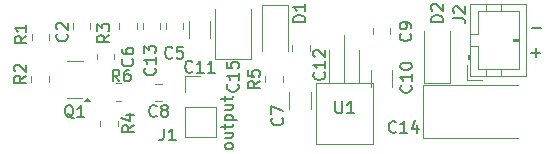
<source format=gbr>
%TF.GenerationSoftware,KiCad,Pcbnew,9.0.5*%
%TF.CreationDate,2025-10-22T19:19:06+02:00*%
%TF.ProjectId,Sonda Fetprobe,536f6e64-6120-4466-9574-70726f62652e,rev?*%
%TF.SameCoordinates,Original*%
%TF.FileFunction,Legend,Top*%
%TF.FilePolarity,Positive*%
%FSLAX46Y46*%
G04 Gerber Fmt 4.6, Leading zero omitted, Abs format (unit mm)*
G04 Created by KiCad (PCBNEW 9.0.5) date 2025-10-22 19:19:06*
%MOMM*%
%LPD*%
G01*
G04 APERTURE LIST*
%ADD10C,0.200000*%
%ADD11C,0.150000*%
%ADD12C,0.120000*%
G04 APERTURE END LIST*
D10*
X145027219Y-93537469D02*
X144979600Y-93632707D01*
X144979600Y-93632707D02*
X144931980Y-93680326D01*
X144931980Y-93680326D02*
X144836742Y-93727945D01*
X144836742Y-93727945D02*
X144551028Y-93727945D01*
X144551028Y-93727945D02*
X144455790Y-93680326D01*
X144455790Y-93680326D02*
X144408171Y-93632707D01*
X144408171Y-93632707D02*
X144360552Y-93537469D01*
X144360552Y-93537469D02*
X144360552Y-93394612D01*
X144360552Y-93394612D02*
X144408171Y-93299374D01*
X144408171Y-93299374D02*
X144455790Y-93251755D01*
X144455790Y-93251755D02*
X144551028Y-93204136D01*
X144551028Y-93204136D02*
X144836742Y-93204136D01*
X144836742Y-93204136D02*
X144931980Y-93251755D01*
X144931980Y-93251755D02*
X144979600Y-93299374D01*
X144979600Y-93299374D02*
X145027219Y-93394612D01*
X145027219Y-93394612D02*
X145027219Y-93537469D01*
X144360552Y-92346993D02*
X145027219Y-92346993D01*
X144360552Y-92775564D02*
X144884361Y-92775564D01*
X144884361Y-92775564D02*
X144979600Y-92727945D01*
X144979600Y-92727945D02*
X145027219Y-92632707D01*
X145027219Y-92632707D02*
X145027219Y-92489850D01*
X145027219Y-92489850D02*
X144979600Y-92394612D01*
X144979600Y-92394612D02*
X144931980Y-92346993D01*
X144360552Y-92013659D02*
X144360552Y-91632707D01*
X144027219Y-91870802D02*
X144884361Y-91870802D01*
X144884361Y-91870802D02*
X144979600Y-91823183D01*
X144979600Y-91823183D02*
X145027219Y-91727945D01*
X145027219Y-91727945D02*
X145027219Y-91632707D01*
X144360552Y-91299373D02*
X145360552Y-91299373D01*
X144408171Y-91299373D02*
X144360552Y-91204135D01*
X144360552Y-91204135D02*
X144360552Y-91013659D01*
X144360552Y-91013659D02*
X144408171Y-90918421D01*
X144408171Y-90918421D02*
X144455790Y-90870802D01*
X144455790Y-90870802D02*
X144551028Y-90823183D01*
X144551028Y-90823183D02*
X144836742Y-90823183D01*
X144836742Y-90823183D02*
X144931980Y-90870802D01*
X144931980Y-90870802D02*
X144979600Y-90918421D01*
X144979600Y-90918421D02*
X145027219Y-91013659D01*
X145027219Y-91013659D02*
X145027219Y-91204135D01*
X145027219Y-91204135D02*
X144979600Y-91299373D01*
X144360552Y-89966040D02*
X145027219Y-89966040D01*
X144360552Y-90394611D02*
X144884361Y-90394611D01*
X144884361Y-90394611D02*
X144979600Y-90346992D01*
X144979600Y-90346992D02*
X145027219Y-90251754D01*
X145027219Y-90251754D02*
X145027219Y-90108897D01*
X145027219Y-90108897D02*
X144979600Y-90013659D01*
X144979600Y-90013659D02*
X144931980Y-89966040D01*
X144360552Y-89632706D02*
X144360552Y-89251754D01*
X144027219Y-89489849D02*
X144884361Y-89489849D01*
X144884361Y-89489849D02*
X144979600Y-89442230D01*
X144979600Y-89442230D02*
X145027219Y-89346992D01*
X145027219Y-89346992D02*
X145027219Y-89251754D01*
X170289673Y-85576266D02*
X171051578Y-85576266D01*
X170670625Y-85957219D02*
X170670625Y-85195314D01*
X170359673Y-83506266D02*
X171121578Y-83506266D01*
D11*
X127504819Y-87516666D02*
X127028628Y-87849999D01*
X127504819Y-88088094D02*
X126504819Y-88088094D01*
X126504819Y-88088094D02*
X126504819Y-87707142D01*
X126504819Y-87707142D02*
X126552438Y-87611904D01*
X126552438Y-87611904D02*
X126600057Y-87564285D01*
X126600057Y-87564285D02*
X126695295Y-87516666D01*
X126695295Y-87516666D02*
X126838152Y-87516666D01*
X126838152Y-87516666D02*
X126933390Y-87564285D01*
X126933390Y-87564285D02*
X126981009Y-87611904D01*
X126981009Y-87611904D02*
X127028628Y-87707142D01*
X127028628Y-87707142D02*
X127028628Y-88088094D01*
X126600057Y-87135713D02*
X126552438Y-87088094D01*
X126552438Y-87088094D02*
X126504819Y-86992856D01*
X126504819Y-86992856D02*
X126504819Y-86754761D01*
X126504819Y-86754761D02*
X126552438Y-86659523D01*
X126552438Y-86659523D02*
X126600057Y-86611904D01*
X126600057Y-86611904D02*
X126695295Y-86564285D01*
X126695295Y-86564285D02*
X126790533Y-86564285D01*
X126790533Y-86564285D02*
X126933390Y-86611904D01*
X126933390Y-86611904D02*
X127504819Y-87183332D01*
X127504819Y-87183332D02*
X127504819Y-86564285D01*
X138409580Y-86872857D02*
X138457200Y-86920476D01*
X138457200Y-86920476D02*
X138504819Y-87063333D01*
X138504819Y-87063333D02*
X138504819Y-87158571D01*
X138504819Y-87158571D02*
X138457200Y-87301428D01*
X138457200Y-87301428D02*
X138361961Y-87396666D01*
X138361961Y-87396666D02*
X138266723Y-87444285D01*
X138266723Y-87444285D02*
X138076247Y-87491904D01*
X138076247Y-87491904D02*
X137933390Y-87491904D01*
X137933390Y-87491904D02*
X137742914Y-87444285D01*
X137742914Y-87444285D02*
X137647676Y-87396666D01*
X137647676Y-87396666D02*
X137552438Y-87301428D01*
X137552438Y-87301428D02*
X137504819Y-87158571D01*
X137504819Y-87158571D02*
X137504819Y-87063333D01*
X137504819Y-87063333D02*
X137552438Y-86920476D01*
X137552438Y-86920476D02*
X137600057Y-86872857D01*
X138504819Y-85920476D02*
X138504819Y-86491904D01*
X138504819Y-86206190D02*
X137504819Y-86206190D01*
X137504819Y-86206190D02*
X137647676Y-86301428D01*
X137647676Y-86301428D02*
X137742914Y-86396666D01*
X137742914Y-86396666D02*
X137790533Y-86491904D01*
X137504819Y-85587142D02*
X137504819Y-84968095D01*
X137504819Y-84968095D02*
X137885771Y-85301428D01*
X137885771Y-85301428D02*
X137885771Y-85158571D01*
X137885771Y-85158571D02*
X137933390Y-85063333D01*
X137933390Y-85063333D02*
X137981009Y-85015714D01*
X137981009Y-85015714D02*
X138076247Y-84968095D01*
X138076247Y-84968095D02*
X138314342Y-84968095D01*
X138314342Y-84968095D02*
X138409580Y-85015714D01*
X138409580Y-85015714D02*
X138457200Y-85063333D01*
X138457200Y-85063333D02*
X138504819Y-85158571D01*
X138504819Y-85158571D02*
X138504819Y-85444285D01*
X138504819Y-85444285D02*
X138457200Y-85539523D01*
X138457200Y-85539523D02*
X138409580Y-85587142D01*
X145419580Y-88232857D02*
X145467200Y-88280476D01*
X145467200Y-88280476D02*
X145514819Y-88423333D01*
X145514819Y-88423333D02*
X145514819Y-88518571D01*
X145514819Y-88518571D02*
X145467200Y-88661428D01*
X145467200Y-88661428D02*
X145371961Y-88756666D01*
X145371961Y-88756666D02*
X145276723Y-88804285D01*
X145276723Y-88804285D02*
X145086247Y-88851904D01*
X145086247Y-88851904D02*
X144943390Y-88851904D01*
X144943390Y-88851904D02*
X144752914Y-88804285D01*
X144752914Y-88804285D02*
X144657676Y-88756666D01*
X144657676Y-88756666D02*
X144562438Y-88661428D01*
X144562438Y-88661428D02*
X144514819Y-88518571D01*
X144514819Y-88518571D02*
X144514819Y-88423333D01*
X144514819Y-88423333D02*
X144562438Y-88280476D01*
X144562438Y-88280476D02*
X144610057Y-88232857D01*
X145514819Y-87280476D02*
X145514819Y-87851904D01*
X145514819Y-87566190D02*
X144514819Y-87566190D01*
X144514819Y-87566190D02*
X144657676Y-87661428D01*
X144657676Y-87661428D02*
X144752914Y-87756666D01*
X144752914Y-87756666D02*
X144800533Y-87851904D01*
X144514819Y-86375714D02*
X144514819Y-86851904D01*
X144514819Y-86851904D02*
X144991009Y-86899523D01*
X144991009Y-86899523D02*
X144943390Y-86851904D01*
X144943390Y-86851904D02*
X144895771Y-86756666D01*
X144895771Y-86756666D02*
X144895771Y-86518571D01*
X144895771Y-86518571D02*
X144943390Y-86423333D01*
X144943390Y-86423333D02*
X144991009Y-86375714D01*
X144991009Y-86375714D02*
X145086247Y-86328095D01*
X145086247Y-86328095D02*
X145324342Y-86328095D01*
X145324342Y-86328095D02*
X145419580Y-86375714D01*
X145419580Y-86375714D02*
X145467200Y-86423333D01*
X145467200Y-86423333D02*
X145514819Y-86518571D01*
X145514819Y-86518571D02*
X145514819Y-86756666D01*
X145514819Y-86756666D02*
X145467200Y-86851904D01*
X145467200Y-86851904D02*
X145419580Y-86899523D01*
X160079580Y-88322857D02*
X160127200Y-88370476D01*
X160127200Y-88370476D02*
X160174819Y-88513333D01*
X160174819Y-88513333D02*
X160174819Y-88608571D01*
X160174819Y-88608571D02*
X160127200Y-88751428D01*
X160127200Y-88751428D02*
X160031961Y-88846666D01*
X160031961Y-88846666D02*
X159936723Y-88894285D01*
X159936723Y-88894285D02*
X159746247Y-88941904D01*
X159746247Y-88941904D02*
X159603390Y-88941904D01*
X159603390Y-88941904D02*
X159412914Y-88894285D01*
X159412914Y-88894285D02*
X159317676Y-88846666D01*
X159317676Y-88846666D02*
X159222438Y-88751428D01*
X159222438Y-88751428D02*
X159174819Y-88608571D01*
X159174819Y-88608571D02*
X159174819Y-88513333D01*
X159174819Y-88513333D02*
X159222438Y-88370476D01*
X159222438Y-88370476D02*
X159270057Y-88322857D01*
X160174819Y-87370476D02*
X160174819Y-87941904D01*
X160174819Y-87656190D02*
X159174819Y-87656190D01*
X159174819Y-87656190D02*
X159317676Y-87751428D01*
X159317676Y-87751428D02*
X159412914Y-87846666D01*
X159412914Y-87846666D02*
X159460533Y-87941904D01*
X159174819Y-86751428D02*
X159174819Y-86656190D01*
X159174819Y-86656190D02*
X159222438Y-86560952D01*
X159222438Y-86560952D02*
X159270057Y-86513333D01*
X159270057Y-86513333D02*
X159365295Y-86465714D01*
X159365295Y-86465714D02*
X159555771Y-86418095D01*
X159555771Y-86418095D02*
X159793866Y-86418095D01*
X159793866Y-86418095D02*
X159984342Y-86465714D01*
X159984342Y-86465714D02*
X160079580Y-86513333D01*
X160079580Y-86513333D02*
X160127200Y-86560952D01*
X160127200Y-86560952D02*
X160174819Y-86656190D01*
X160174819Y-86656190D02*
X160174819Y-86751428D01*
X160174819Y-86751428D02*
X160127200Y-86846666D01*
X160127200Y-86846666D02*
X160079580Y-86894285D01*
X160079580Y-86894285D02*
X159984342Y-86941904D01*
X159984342Y-86941904D02*
X159793866Y-86989523D01*
X159793866Y-86989523D02*
X159555771Y-86989523D01*
X159555771Y-86989523D02*
X159365295Y-86941904D01*
X159365295Y-86941904D02*
X159270057Y-86894285D01*
X159270057Y-86894285D02*
X159222438Y-86846666D01*
X159222438Y-86846666D02*
X159174819Y-86751428D01*
X153708095Y-89674819D02*
X153708095Y-90484342D01*
X153708095Y-90484342D02*
X153755714Y-90579580D01*
X153755714Y-90579580D02*
X153803333Y-90627200D01*
X153803333Y-90627200D02*
X153898571Y-90674819D01*
X153898571Y-90674819D02*
X154089047Y-90674819D01*
X154089047Y-90674819D02*
X154184285Y-90627200D01*
X154184285Y-90627200D02*
X154231904Y-90579580D01*
X154231904Y-90579580D02*
X154279523Y-90484342D01*
X154279523Y-90484342D02*
X154279523Y-89674819D01*
X155279523Y-90674819D02*
X154708095Y-90674819D01*
X154993809Y-90674819D02*
X154993809Y-89674819D01*
X154993809Y-89674819D02*
X154898571Y-89817676D01*
X154898571Y-89817676D02*
X154803333Y-89912914D01*
X154803333Y-89912914D02*
X154708095Y-89960533D01*
X139893333Y-85969580D02*
X139845714Y-86017200D01*
X139845714Y-86017200D02*
X139702857Y-86064819D01*
X139702857Y-86064819D02*
X139607619Y-86064819D01*
X139607619Y-86064819D02*
X139464762Y-86017200D01*
X139464762Y-86017200D02*
X139369524Y-85921961D01*
X139369524Y-85921961D02*
X139321905Y-85826723D01*
X139321905Y-85826723D02*
X139274286Y-85636247D01*
X139274286Y-85636247D02*
X139274286Y-85493390D01*
X139274286Y-85493390D02*
X139321905Y-85302914D01*
X139321905Y-85302914D02*
X139369524Y-85207676D01*
X139369524Y-85207676D02*
X139464762Y-85112438D01*
X139464762Y-85112438D02*
X139607619Y-85064819D01*
X139607619Y-85064819D02*
X139702857Y-85064819D01*
X139702857Y-85064819D02*
X139845714Y-85112438D01*
X139845714Y-85112438D02*
X139893333Y-85160057D01*
X140798095Y-85064819D02*
X140321905Y-85064819D01*
X140321905Y-85064819D02*
X140274286Y-85541009D01*
X140274286Y-85541009D02*
X140321905Y-85493390D01*
X140321905Y-85493390D02*
X140417143Y-85445771D01*
X140417143Y-85445771D02*
X140655238Y-85445771D01*
X140655238Y-85445771D02*
X140750476Y-85493390D01*
X140750476Y-85493390D02*
X140798095Y-85541009D01*
X140798095Y-85541009D02*
X140845714Y-85636247D01*
X140845714Y-85636247D02*
X140845714Y-85874342D01*
X140845714Y-85874342D02*
X140798095Y-85969580D01*
X140798095Y-85969580D02*
X140750476Y-86017200D01*
X140750476Y-86017200D02*
X140655238Y-86064819D01*
X140655238Y-86064819D02*
X140417143Y-86064819D01*
X140417143Y-86064819D02*
X140321905Y-86017200D01*
X140321905Y-86017200D02*
X140274286Y-85969580D01*
X136509580Y-86096666D02*
X136557200Y-86144285D01*
X136557200Y-86144285D02*
X136604819Y-86287142D01*
X136604819Y-86287142D02*
X136604819Y-86382380D01*
X136604819Y-86382380D02*
X136557200Y-86525237D01*
X136557200Y-86525237D02*
X136461961Y-86620475D01*
X136461961Y-86620475D02*
X136366723Y-86668094D01*
X136366723Y-86668094D02*
X136176247Y-86715713D01*
X136176247Y-86715713D02*
X136033390Y-86715713D01*
X136033390Y-86715713D02*
X135842914Y-86668094D01*
X135842914Y-86668094D02*
X135747676Y-86620475D01*
X135747676Y-86620475D02*
X135652438Y-86525237D01*
X135652438Y-86525237D02*
X135604819Y-86382380D01*
X135604819Y-86382380D02*
X135604819Y-86287142D01*
X135604819Y-86287142D02*
X135652438Y-86144285D01*
X135652438Y-86144285D02*
X135700057Y-86096666D01*
X135604819Y-85239523D02*
X135604819Y-85429999D01*
X135604819Y-85429999D02*
X135652438Y-85525237D01*
X135652438Y-85525237D02*
X135700057Y-85572856D01*
X135700057Y-85572856D02*
X135842914Y-85668094D01*
X135842914Y-85668094D02*
X136033390Y-85715713D01*
X136033390Y-85715713D02*
X136414342Y-85715713D01*
X136414342Y-85715713D02*
X136509580Y-85668094D01*
X136509580Y-85668094D02*
X136557200Y-85620475D01*
X136557200Y-85620475D02*
X136604819Y-85525237D01*
X136604819Y-85525237D02*
X136604819Y-85334761D01*
X136604819Y-85334761D02*
X136557200Y-85239523D01*
X136557200Y-85239523D02*
X136509580Y-85191904D01*
X136509580Y-85191904D02*
X136414342Y-85144285D01*
X136414342Y-85144285D02*
X136176247Y-85144285D01*
X136176247Y-85144285D02*
X136081009Y-85191904D01*
X136081009Y-85191904D02*
X136033390Y-85239523D01*
X136033390Y-85239523D02*
X135985771Y-85334761D01*
X135985771Y-85334761D02*
X135985771Y-85525237D01*
X135985771Y-85525237D02*
X136033390Y-85620475D01*
X136033390Y-85620475D02*
X136081009Y-85668094D01*
X136081009Y-85668094D02*
X136176247Y-85715713D01*
X160039580Y-83956666D02*
X160087200Y-84004285D01*
X160087200Y-84004285D02*
X160134819Y-84147142D01*
X160134819Y-84147142D02*
X160134819Y-84242380D01*
X160134819Y-84242380D02*
X160087200Y-84385237D01*
X160087200Y-84385237D02*
X159991961Y-84480475D01*
X159991961Y-84480475D02*
X159896723Y-84528094D01*
X159896723Y-84528094D02*
X159706247Y-84575713D01*
X159706247Y-84575713D02*
X159563390Y-84575713D01*
X159563390Y-84575713D02*
X159372914Y-84528094D01*
X159372914Y-84528094D02*
X159277676Y-84480475D01*
X159277676Y-84480475D02*
X159182438Y-84385237D01*
X159182438Y-84385237D02*
X159134819Y-84242380D01*
X159134819Y-84242380D02*
X159134819Y-84147142D01*
X159134819Y-84147142D02*
X159182438Y-84004285D01*
X159182438Y-84004285D02*
X159230057Y-83956666D01*
X160134819Y-83480475D02*
X160134819Y-83289999D01*
X160134819Y-83289999D02*
X160087200Y-83194761D01*
X160087200Y-83194761D02*
X160039580Y-83147142D01*
X160039580Y-83147142D02*
X159896723Y-83051904D01*
X159896723Y-83051904D02*
X159706247Y-83004285D01*
X159706247Y-83004285D02*
X159325295Y-83004285D01*
X159325295Y-83004285D02*
X159230057Y-83051904D01*
X159230057Y-83051904D02*
X159182438Y-83099523D01*
X159182438Y-83099523D02*
X159134819Y-83194761D01*
X159134819Y-83194761D02*
X159134819Y-83385237D01*
X159134819Y-83385237D02*
X159182438Y-83480475D01*
X159182438Y-83480475D02*
X159230057Y-83528094D01*
X159230057Y-83528094D02*
X159325295Y-83575713D01*
X159325295Y-83575713D02*
X159563390Y-83575713D01*
X159563390Y-83575713D02*
X159658628Y-83528094D01*
X159658628Y-83528094D02*
X159706247Y-83480475D01*
X159706247Y-83480475D02*
X159753866Y-83385237D01*
X159753866Y-83385237D02*
X159753866Y-83194761D01*
X159753866Y-83194761D02*
X159706247Y-83099523D01*
X159706247Y-83099523D02*
X159658628Y-83051904D01*
X159658628Y-83051904D02*
X159563390Y-83004285D01*
X151144819Y-82958094D02*
X150144819Y-82958094D01*
X150144819Y-82958094D02*
X150144819Y-82719999D01*
X150144819Y-82719999D02*
X150192438Y-82577142D01*
X150192438Y-82577142D02*
X150287676Y-82481904D01*
X150287676Y-82481904D02*
X150382914Y-82434285D01*
X150382914Y-82434285D02*
X150573390Y-82386666D01*
X150573390Y-82386666D02*
X150716247Y-82386666D01*
X150716247Y-82386666D02*
X150906723Y-82434285D01*
X150906723Y-82434285D02*
X151001961Y-82481904D01*
X151001961Y-82481904D02*
X151097200Y-82577142D01*
X151097200Y-82577142D02*
X151144819Y-82719999D01*
X151144819Y-82719999D02*
X151144819Y-82958094D01*
X151144819Y-81434285D02*
X151144819Y-82005713D01*
X151144819Y-81719999D02*
X150144819Y-81719999D01*
X150144819Y-81719999D02*
X150287676Y-81815237D01*
X150287676Y-81815237D02*
X150382914Y-81910475D01*
X150382914Y-81910475D02*
X150430533Y-82005713D01*
X147304819Y-87966666D02*
X146828628Y-88299999D01*
X147304819Y-88538094D02*
X146304819Y-88538094D01*
X146304819Y-88538094D02*
X146304819Y-88157142D01*
X146304819Y-88157142D02*
X146352438Y-88061904D01*
X146352438Y-88061904D02*
X146400057Y-88014285D01*
X146400057Y-88014285D02*
X146495295Y-87966666D01*
X146495295Y-87966666D02*
X146638152Y-87966666D01*
X146638152Y-87966666D02*
X146733390Y-88014285D01*
X146733390Y-88014285D02*
X146781009Y-88061904D01*
X146781009Y-88061904D02*
X146828628Y-88157142D01*
X146828628Y-88157142D02*
X146828628Y-88538094D01*
X146304819Y-87061904D02*
X146304819Y-87538094D01*
X146304819Y-87538094D02*
X146781009Y-87585713D01*
X146781009Y-87585713D02*
X146733390Y-87538094D01*
X146733390Y-87538094D02*
X146685771Y-87442856D01*
X146685771Y-87442856D02*
X146685771Y-87204761D01*
X146685771Y-87204761D02*
X146733390Y-87109523D01*
X146733390Y-87109523D02*
X146781009Y-87061904D01*
X146781009Y-87061904D02*
X146876247Y-87014285D01*
X146876247Y-87014285D02*
X147114342Y-87014285D01*
X147114342Y-87014285D02*
X147209580Y-87061904D01*
X147209580Y-87061904D02*
X147257200Y-87109523D01*
X147257200Y-87109523D02*
X147304819Y-87204761D01*
X147304819Y-87204761D02*
X147304819Y-87442856D01*
X147304819Y-87442856D02*
X147257200Y-87538094D01*
X147257200Y-87538094D02*
X147209580Y-87585713D01*
X130959580Y-83966666D02*
X131007200Y-84014285D01*
X131007200Y-84014285D02*
X131054819Y-84157142D01*
X131054819Y-84157142D02*
X131054819Y-84252380D01*
X131054819Y-84252380D02*
X131007200Y-84395237D01*
X131007200Y-84395237D02*
X130911961Y-84490475D01*
X130911961Y-84490475D02*
X130816723Y-84538094D01*
X130816723Y-84538094D02*
X130626247Y-84585713D01*
X130626247Y-84585713D02*
X130483390Y-84585713D01*
X130483390Y-84585713D02*
X130292914Y-84538094D01*
X130292914Y-84538094D02*
X130197676Y-84490475D01*
X130197676Y-84490475D02*
X130102438Y-84395237D01*
X130102438Y-84395237D02*
X130054819Y-84252380D01*
X130054819Y-84252380D02*
X130054819Y-84157142D01*
X130054819Y-84157142D02*
X130102438Y-84014285D01*
X130102438Y-84014285D02*
X130150057Y-83966666D01*
X130150057Y-83585713D02*
X130102438Y-83538094D01*
X130102438Y-83538094D02*
X130054819Y-83442856D01*
X130054819Y-83442856D02*
X130054819Y-83204761D01*
X130054819Y-83204761D02*
X130102438Y-83109523D01*
X130102438Y-83109523D02*
X130150057Y-83061904D01*
X130150057Y-83061904D02*
X130245295Y-83014285D01*
X130245295Y-83014285D02*
X130340533Y-83014285D01*
X130340533Y-83014285D02*
X130483390Y-83061904D01*
X130483390Y-83061904D02*
X131054819Y-83633332D01*
X131054819Y-83633332D02*
X131054819Y-83014285D01*
X163684819Y-82633333D02*
X164399104Y-82633333D01*
X164399104Y-82633333D02*
X164541961Y-82680952D01*
X164541961Y-82680952D02*
X164637200Y-82776190D01*
X164637200Y-82776190D02*
X164684819Y-82919047D01*
X164684819Y-82919047D02*
X164684819Y-83014285D01*
X163780057Y-82204761D02*
X163732438Y-82157142D01*
X163732438Y-82157142D02*
X163684819Y-82061904D01*
X163684819Y-82061904D02*
X163684819Y-81823809D01*
X163684819Y-81823809D02*
X163732438Y-81728571D01*
X163732438Y-81728571D02*
X163780057Y-81680952D01*
X163780057Y-81680952D02*
X163875295Y-81633333D01*
X163875295Y-81633333D02*
X163970533Y-81633333D01*
X163970533Y-81633333D02*
X164113390Y-81680952D01*
X164113390Y-81680952D02*
X164684819Y-82252380D01*
X164684819Y-82252380D02*
X164684819Y-81633333D01*
X127544819Y-84169602D02*
X127068628Y-84502935D01*
X127544819Y-84741030D02*
X126544819Y-84741030D01*
X126544819Y-84741030D02*
X126544819Y-84360078D01*
X126544819Y-84360078D02*
X126592438Y-84264840D01*
X126592438Y-84264840D02*
X126640057Y-84217221D01*
X126640057Y-84217221D02*
X126735295Y-84169602D01*
X126735295Y-84169602D02*
X126878152Y-84169602D01*
X126878152Y-84169602D02*
X126973390Y-84217221D01*
X126973390Y-84217221D02*
X127021009Y-84264840D01*
X127021009Y-84264840D02*
X127068628Y-84360078D01*
X127068628Y-84360078D02*
X127068628Y-84741030D01*
X127544819Y-83217221D02*
X127544819Y-83788649D01*
X127544819Y-83502935D02*
X126544819Y-83502935D01*
X126544819Y-83502935D02*
X126687676Y-83598173D01*
X126687676Y-83598173D02*
X126782914Y-83693411D01*
X126782914Y-83693411D02*
X126830533Y-83788649D01*
X134554819Y-84066666D02*
X134078628Y-84399999D01*
X134554819Y-84638094D02*
X133554819Y-84638094D01*
X133554819Y-84638094D02*
X133554819Y-84257142D01*
X133554819Y-84257142D02*
X133602438Y-84161904D01*
X133602438Y-84161904D02*
X133650057Y-84114285D01*
X133650057Y-84114285D02*
X133745295Y-84066666D01*
X133745295Y-84066666D02*
X133888152Y-84066666D01*
X133888152Y-84066666D02*
X133983390Y-84114285D01*
X133983390Y-84114285D02*
X134031009Y-84161904D01*
X134031009Y-84161904D02*
X134078628Y-84257142D01*
X134078628Y-84257142D02*
X134078628Y-84638094D01*
X133554819Y-83733332D02*
X133554819Y-83114285D01*
X133554819Y-83114285D02*
X133935771Y-83447618D01*
X133935771Y-83447618D02*
X133935771Y-83304761D01*
X133935771Y-83304761D02*
X133983390Y-83209523D01*
X133983390Y-83209523D02*
X134031009Y-83161904D01*
X134031009Y-83161904D02*
X134126247Y-83114285D01*
X134126247Y-83114285D02*
X134364342Y-83114285D01*
X134364342Y-83114285D02*
X134459580Y-83161904D01*
X134459580Y-83161904D02*
X134507200Y-83209523D01*
X134507200Y-83209523D02*
X134554819Y-83304761D01*
X134554819Y-83304761D02*
X134554819Y-83590475D01*
X134554819Y-83590475D02*
X134507200Y-83685713D01*
X134507200Y-83685713D02*
X134459580Y-83733332D01*
X131536011Y-91100057D02*
X131440773Y-91052438D01*
X131440773Y-91052438D02*
X131345535Y-90957200D01*
X131345535Y-90957200D02*
X131202678Y-90814342D01*
X131202678Y-90814342D02*
X131107440Y-90766723D01*
X131107440Y-90766723D02*
X131012202Y-90766723D01*
X131059821Y-91004819D02*
X130964583Y-90957200D01*
X130964583Y-90957200D02*
X130869345Y-90861961D01*
X130869345Y-90861961D02*
X130821726Y-90671485D01*
X130821726Y-90671485D02*
X130821726Y-90338152D01*
X130821726Y-90338152D02*
X130869345Y-90147676D01*
X130869345Y-90147676D02*
X130964583Y-90052438D01*
X130964583Y-90052438D02*
X131059821Y-90004819D01*
X131059821Y-90004819D02*
X131250297Y-90004819D01*
X131250297Y-90004819D02*
X131345535Y-90052438D01*
X131345535Y-90052438D02*
X131440773Y-90147676D01*
X131440773Y-90147676D02*
X131488392Y-90338152D01*
X131488392Y-90338152D02*
X131488392Y-90671485D01*
X131488392Y-90671485D02*
X131440773Y-90861961D01*
X131440773Y-90861961D02*
X131345535Y-90957200D01*
X131345535Y-90957200D02*
X131250297Y-91004819D01*
X131250297Y-91004819D02*
X131059821Y-91004819D01*
X132440773Y-91004819D02*
X131869345Y-91004819D01*
X132155059Y-91004819D02*
X132155059Y-90004819D01*
X132155059Y-90004819D02*
X132059821Y-90147676D01*
X132059821Y-90147676D02*
X131964583Y-90242914D01*
X131964583Y-90242914D02*
X131869345Y-90290533D01*
X152749580Y-87232857D02*
X152797200Y-87280476D01*
X152797200Y-87280476D02*
X152844819Y-87423333D01*
X152844819Y-87423333D02*
X152844819Y-87518571D01*
X152844819Y-87518571D02*
X152797200Y-87661428D01*
X152797200Y-87661428D02*
X152701961Y-87756666D01*
X152701961Y-87756666D02*
X152606723Y-87804285D01*
X152606723Y-87804285D02*
X152416247Y-87851904D01*
X152416247Y-87851904D02*
X152273390Y-87851904D01*
X152273390Y-87851904D02*
X152082914Y-87804285D01*
X152082914Y-87804285D02*
X151987676Y-87756666D01*
X151987676Y-87756666D02*
X151892438Y-87661428D01*
X151892438Y-87661428D02*
X151844819Y-87518571D01*
X151844819Y-87518571D02*
X151844819Y-87423333D01*
X151844819Y-87423333D02*
X151892438Y-87280476D01*
X151892438Y-87280476D02*
X151940057Y-87232857D01*
X152844819Y-86280476D02*
X152844819Y-86851904D01*
X152844819Y-86566190D02*
X151844819Y-86566190D01*
X151844819Y-86566190D02*
X151987676Y-86661428D01*
X151987676Y-86661428D02*
X152082914Y-86756666D01*
X152082914Y-86756666D02*
X152130533Y-86851904D01*
X151940057Y-85899523D02*
X151892438Y-85851904D01*
X151892438Y-85851904D02*
X151844819Y-85756666D01*
X151844819Y-85756666D02*
X151844819Y-85518571D01*
X151844819Y-85518571D02*
X151892438Y-85423333D01*
X151892438Y-85423333D02*
X151940057Y-85375714D01*
X151940057Y-85375714D02*
X152035295Y-85328095D01*
X152035295Y-85328095D02*
X152130533Y-85328095D01*
X152130533Y-85328095D02*
X152273390Y-85375714D01*
X152273390Y-85375714D02*
X152844819Y-85947142D01*
X152844819Y-85947142D02*
X152844819Y-85328095D01*
X135413333Y-87994819D02*
X135080000Y-87518628D01*
X134841905Y-87994819D02*
X134841905Y-86994819D01*
X134841905Y-86994819D02*
X135222857Y-86994819D01*
X135222857Y-86994819D02*
X135318095Y-87042438D01*
X135318095Y-87042438D02*
X135365714Y-87090057D01*
X135365714Y-87090057D02*
X135413333Y-87185295D01*
X135413333Y-87185295D02*
X135413333Y-87328152D01*
X135413333Y-87328152D02*
X135365714Y-87423390D01*
X135365714Y-87423390D02*
X135318095Y-87471009D01*
X135318095Y-87471009D02*
X135222857Y-87518628D01*
X135222857Y-87518628D02*
X134841905Y-87518628D01*
X136270476Y-86994819D02*
X136080000Y-86994819D01*
X136080000Y-86994819D02*
X135984762Y-87042438D01*
X135984762Y-87042438D02*
X135937143Y-87090057D01*
X135937143Y-87090057D02*
X135841905Y-87232914D01*
X135841905Y-87232914D02*
X135794286Y-87423390D01*
X135794286Y-87423390D02*
X135794286Y-87804342D01*
X135794286Y-87804342D02*
X135841905Y-87899580D01*
X135841905Y-87899580D02*
X135889524Y-87947200D01*
X135889524Y-87947200D02*
X135984762Y-87994819D01*
X135984762Y-87994819D02*
X136175238Y-87994819D01*
X136175238Y-87994819D02*
X136270476Y-87947200D01*
X136270476Y-87947200D02*
X136318095Y-87899580D01*
X136318095Y-87899580D02*
X136365714Y-87804342D01*
X136365714Y-87804342D02*
X136365714Y-87566247D01*
X136365714Y-87566247D02*
X136318095Y-87471009D01*
X136318095Y-87471009D02*
X136270476Y-87423390D01*
X136270476Y-87423390D02*
X136175238Y-87375771D01*
X136175238Y-87375771D02*
X135984762Y-87375771D01*
X135984762Y-87375771D02*
X135889524Y-87423390D01*
X135889524Y-87423390D02*
X135841905Y-87471009D01*
X135841905Y-87471009D02*
X135794286Y-87566247D01*
X139176666Y-91984819D02*
X139176666Y-92699104D01*
X139176666Y-92699104D02*
X139129047Y-92841961D01*
X139129047Y-92841961D02*
X139033809Y-92937200D01*
X139033809Y-92937200D02*
X138890952Y-92984819D01*
X138890952Y-92984819D02*
X138795714Y-92984819D01*
X140176666Y-92984819D02*
X139605238Y-92984819D01*
X139890952Y-92984819D02*
X139890952Y-91984819D01*
X139890952Y-91984819D02*
X139795714Y-92127676D01*
X139795714Y-92127676D02*
X139700476Y-92222914D01*
X139700476Y-92222914D02*
X139605238Y-92270533D01*
X162804819Y-82958094D02*
X161804819Y-82958094D01*
X161804819Y-82958094D02*
X161804819Y-82719999D01*
X161804819Y-82719999D02*
X161852438Y-82577142D01*
X161852438Y-82577142D02*
X161947676Y-82481904D01*
X161947676Y-82481904D02*
X162042914Y-82434285D01*
X162042914Y-82434285D02*
X162233390Y-82386666D01*
X162233390Y-82386666D02*
X162376247Y-82386666D01*
X162376247Y-82386666D02*
X162566723Y-82434285D01*
X162566723Y-82434285D02*
X162661961Y-82481904D01*
X162661961Y-82481904D02*
X162757200Y-82577142D01*
X162757200Y-82577142D02*
X162804819Y-82719999D01*
X162804819Y-82719999D02*
X162804819Y-82958094D01*
X161900057Y-82005713D02*
X161852438Y-81958094D01*
X161852438Y-81958094D02*
X161804819Y-81862856D01*
X161804819Y-81862856D02*
X161804819Y-81624761D01*
X161804819Y-81624761D02*
X161852438Y-81529523D01*
X161852438Y-81529523D02*
X161900057Y-81481904D01*
X161900057Y-81481904D02*
X161995295Y-81434285D01*
X161995295Y-81434285D02*
X162090533Y-81434285D01*
X162090533Y-81434285D02*
X162233390Y-81481904D01*
X162233390Y-81481904D02*
X162804819Y-82053332D01*
X162804819Y-82053332D02*
X162804819Y-81434285D01*
X158837142Y-92249580D02*
X158789523Y-92297200D01*
X158789523Y-92297200D02*
X158646666Y-92344819D01*
X158646666Y-92344819D02*
X158551428Y-92344819D01*
X158551428Y-92344819D02*
X158408571Y-92297200D01*
X158408571Y-92297200D02*
X158313333Y-92201961D01*
X158313333Y-92201961D02*
X158265714Y-92106723D01*
X158265714Y-92106723D02*
X158218095Y-91916247D01*
X158218095Y-91916247D02*
X158218095Y-91773390D01*
X158218095Y-91773390D02*
X158265714Y-91582914D01*
X158265714Y-91582914D02*
X158313333Y-91487676D01*
X158313333Y-91487676D02*
X158408571Y-91392438D01*
X158408571Y-91392438D02*
X158551428Y-91344819D01*
X158551428Y-91344819D02*
X158646666Y-91344819D01*
X158646666Y-91344819D02*
X158789523Y-91392438D01*
X158789523Y-91392438D02*
X158837142Y-91440057D01*
X159789523Y-92344819D02*
X159218095Y-92344819D01*
X159503809Y-92344819D02*
X159503809Y-91344819D01*
X159503809Y-91344819D02*
X159408571Y-91487676D01*
X159408571Y-91487676D02*
X159313333Y-91582914D01*
X159313333Y-91582914D02*
X159218095Y-91630533D01*
X160646666Y-91678152D02*
X160646666Y-92344819D01*
X160408571Y-91297200D02*
X160170476Y-92011485D01*
X160170476Y-92011485D02*
X160789523Y-92011485D01*
X138563333Y-90909580D02*
X138515714Y-90957200D01*
X138515714Y-90957200D02*
X138372857Y-91004819D01*
X138372857Y-91004819D02*
X138277619Y-91004819D01*
X138277619Y-91004819D02*
X138134762Y-90957200D01*
X138134762Y-90957200D02*
X138039524Y-90861961D01*
X138039524Y-90861961D02*
X137991905Y-90766723D01*
X137991905Y-90766723D02*
X137944286Y-90576247D01*
X137944286Y-90576247D02*
X137944286Y-90433390D01*
X137944286Y-90433390D02*
X137991905Y-90242914D01*
X137991905Y-90242914D02*
X138039524Y-90147676D01*
X138039524Y-90147676D02*
X138134762Y-90052438D01*
X138134762Y-90052438D02*
X138277619Y-90004819D01*
X138277619Y-90004819D02*
X138372857Y-90004819D01*
X138372857Y-90004819D02*
X138515714Y-90052438D01*
X138515714Y-90052438D02*
X138563333Y-90100057D01*
X139134762Y-90433390D02*
X139039524Y-90385771D01*
X139039524Y-90385771D02*
X138991905Y-90338152D01*
X138991905Y-90338152D02*
X138944286Y-90242914D01*
X138944286Y-90242914D02*
X138944286Y-90195295D01*
X138944286Y-90195295D02*
X138991905Y-90100057D01*
X138991905Y-90100057D02*
X139039524Y-90052438D01*
X139039524Y-90052438D02*
X139134762Y-90004819D01*
X139134762Y-90004819D02*
X139325238Y-90004819D01*
X139325238Y-90004819D02*
X139420476Y-90052438D01*
X139420476Y-90052438D02*
X139468095Y-90100057D01*
X139468095Y-90100057D02*
X139515714Y-90195295D01*
X139515714Y-90195295D02*
X139515714Y-90242914D01*
X139515714Y-90242914D02*
X139468095Y-90338152D01*
X139468095Y-90338152D02*
X139420476Y-90385771D01*
X139420476Y-90385771D02*
X139325238Y-90433390D01*
X139325238Y-90433390D02*
X139134762Y-90433390D01*
X139134762Y-90433390D02*
X139039524Y-90481009D01*
X139039524Y-90481009D02*
X138991905Y-90528628D01*
X138991905Y-90528628D02*
X138944286Y-90623866D01*
X138944286Y-90623866D02*
X138944286Y-90814342D01*
X138944286Y-90814342D02*
X138991905Y-90909580D01*
X138991905Y-90909580D02*
X139039524Y-90957200D01*
X139039524Y-90957200D02*
X139134762Y-91004819D01*
X139134762Y-91004819D02*
X139325238Y-91004819D01*
X139325238Y-91004819D02*
X139420476Y-90957200D01*
X139420476Y-90957200D02*
X139468095Y-90909580D01*
X139468095Y-90909580D02*
X139515714Y-90814342D01*
X139515714Y-90814342D02*
X139515714Y-90623866D01*
X139515714Y-90623866D02*
X139468095Y-90528628D01*
X139468095Y-90528628D02*
X139420476Y-90481009D01*
X139420476Y-90481009D02*
X139325238Y-90433390D01*
X141587142Y-87149580D02*
X141539523Y-87197200D01*
X141539523Y-87197200D02*
X141396666Y-87244819D01*
X141396666Y-87244819D02*
X141301428Y-87244819D01*
X141301428Y-87244819D02*
X141158571Y-87197200D01*
X141158571Y-87197200D02*
X141063333Y-87101961D01*
X141063333Y-87101961D02*
X141015714Y-87006723D01*
X141015714Y-87006723D02*
X140968095Y-86816247D01*
X140968095Y-86816247D02*
X140968095Y-86673390D01*
X140968095Y-86673390D02*
X141015714Y-86482914D01*
X141015714Y-86482914D02*
X141063333Y-86387676D01*
X141063333Y-86387676D02*
X141158571Y-86292438D01*
X141158571Y-86292438D02*
X141301428Y-86244819D01*
X141301428Y-86244819D02*
X141396666Y-86244819D01*
X141396666Y-86244819D02*
X141539523Y-86292438D01*
X141539523Y-86292438D02*
X141587142Y-86340057D01*
X142539523Y-87244819D02*
X141968095Y-87244819D01*
X142253809Y-87244819D02*
X142253809Y-86244819D01*
X142253809Y-86244819D02*
X142158571Y-86387676D01*
X142158571Y-86387676D02*
X142063333Y-86482914D01*
X142063333Y-86482914D02*
X141968095Y-86530533D01*
X143491904Y-87244819D02*
X142920476Y-87244819D01*
X143206190Y-87244819D02*
X143206190Y-86244819D01*
X143206190Y-86244819D02*
X143110952Y-86387676D01*
X143110952Y-86387676D02*
X143015714Y-86482914D01*
X143015714Y-86482914D02*
X142920476Y-86530533D01*
X149199580Y-91096666D02*
X149247200Y-91144285D01*
X149247200Y-91144285D02*
X149294819Y-91287142D01*
X149294819Y-91287142D02*
X149294819Y-91382380D01*
X149294819Y-91382380D02*
X149247200Y-91525237D01*
X149247200Y-91525237D02*
X149151961Y-91620475D01*
X149151961Y-91620475D02*
X149056723Y-91668094D01*
X149056723Y-91668094D02*
X148866247Y-91715713D01*
X148866247Y-91715713D02*
X148723390Y-91715713D01*
X148723390Y-91715713D02*
X148532914Y-91668094D01*
X148532914Y-91668094D02*
X148437676Y-91620475D01*
X148437676Y-91620475D02*
X148342438Y-91525237D01*
X148342438Y-91525237D02*
X148294819Y-91382380D01*
X148294819Y-91382380D02*
X148294819Y-91287142D01*
X148294819Y-91287142D02*
X148342438Y-91144285D01*
X148342438Y-91144285D02*
X148390057Y-91096666D01*
X148294819Y-90763332D02*
X148294819Y-90096666D01*
X148294819Y-90096666D02*
X149294819Y-90525237D01*
X136634819Y-91706666D02*
X136158628Y-92039999D01*
X136634819Y-92278094D02*
X135634819Y-92278094D01*
X135634819Y-92278094D02*
X135634819Y-91897142D01*
X135634819Y-91897142D02*
X135682438Y-91801904D01*
X135682438Y-91801904D02*
X135730057Y-91754285D01*
X135730057Y-91754285D02*
X135825295Y-91706666D01*
X135825295Y-91706666D02*
X135968152Y-91706666D01*
X135968152Y-91706666D02*
X136063390Y-91754285D01*
X136063390Y-91754285D02*
X136111009Y-91801904D01*
X136111009Y-91801904D02*
X136158628Y-91897142D01*
X136158628Y-91897142D02*
X136158628Y-92278094D01*
X135968152Y-90849523D02*
X136634819Y-90849523D01*
X135587200Y-91087618D02*
X136301485Y-91325713D01*
X136301485Y-91325713D02*
X136301485Y-90706666D01*
D12*
%TO.C,R2*%
X127965000Y-87572936D02*
X127965000Y-88027064D01*
X129435000Y-87572936D02*
X129435000Y-88027064D01*
%TO.C,C13*%
X137385000Y-83581252D02*
X137385000Y-83058748D01*
X138855000Y-83581252D02*
X138855000Y-83058748D01*
%TO.C,C15*%
X143520000Y-81880000D02*
X143520000Y-86090000D01*
X143520000Y-86090000D02*
X146540000Y-86090000D01*
X146540000Y-86090000D02*
X146540000Y-81880000D01*
%TO.C,C10*%
X156720000Y-87038748D02*
X156720000Y-88461252D01*
X158540000Y-87038748D02*
X158540000Y-88461252D01*
%TO.C,U1*%
X152070000Y-88100000D02*
X156870000Y-88100000D01*
X152070000Y-93290000D02*
X152070000Y-88100000D01*
X153200000Y-85310000D02*
X153200000Y-88100000D01*
X154470000Y-84040000D02*
X154470000Y-88100000D01*
X155740000Y-85310000D02*
X155740000Y-88100000D01*
X156870000Y-88100000D02*
X156870000Y-93290000D01*
X156870000Y-93290000D02*
X152070000Y-93290000D01*
%TO.C,C5*%
X139345000Y-83581252D02*
X139345000Y-83058748D01*
X140815000Y-83581252D02*
X140815000Y-83058748D01*
%TO.C,C6*%
X135415000Y-83571252D02*
X135415000Y-83048748D01*
X136885000Y-83571252D02*
X136885000Y-83048748D01*
%TO.C,C9*%
X156865000Y-83961252D02*
X156865000Y-83438748D01*
X158335000Y-83961252D02*
X158335000Y-83438748D01*
%TO.C,D1*%
X147465000Y-81515000D02*
X147465000Y-85400000D01*
X149735000Y-81515000D02*
X147465000Y-81515000D01*
X149735000Y-85400000D02*
X149735000Y-81515000D01*
%TO.C,R5*%
X147765000Y-88027064D02*
X147765000Y-87572936D01*
X149235000Y-88027064D02*
X149235000Y-87572936D01*
%TO.C,C2*%
X131465000Y-83561252D02*
X131465000Y-83038748D01*
X132935000Y-83561252D02*
X132935000Y-83038748D01*
%TO.C,J2*%
X164840000Y-86610000D02*
X164840000Y-87860000D01*
X164840000Y-87860000D02*
X166090000Y-87860000D01*
X164940000Y-85800000D02*
X164940000Y-86100000D01*
X164940000Y-86100000D02*
X165140000Y-86100000D01*
X165040000Y-85800000D02*
X165040000Y-86100000D01*
X165140000Y-81440000D02*
X165140000Y-87560000D01*
X165140000Y-85000000D02*
X165750000Y-85000000D01*
X165140000Y-85800000D02*
X164940000Y-85800000D01*
X165140000Y-87560000D02*
X169860000Y-87560000D01*
X165750000Y-82050000D02*
X165750000Y-84000000D01*
X165750000Y-84000000D02*
X165140000Y-84000000D01*
X165750000Y-85000000D02*
X165750000Y-86950000D01*
X165750000Y-86950000D02*
X169250000Y-86950000D01*
X166450000Y-81440000D02*
X166450000Y-82050000D01*
X166450000Y-87560000D02*
X166450000Y-86950000D01*
X167750000Y-81440000D02*
X167750000Y-82050000D01*
X167750000Y-87560000D02*
X167750000Y-86950000D01*
X168750000Y-84400000D02*
X169250000Y-84400000D01*
X168750000Y-84600000D02*
X168750000Y-84400000D01*
X169250000Y-82050000D02*
X165750000Y-82050000D01*
X169250000Y-84500000D02*
X168750000Y-84500000D01*
X169250000Y-84600000D02*
X168750000Y-84600000D01*
X169250000Y-86950000D02*
X169250000Y-82050000D01*
X169860000Y-81440000D02*
X165140000Y-81440000D01*
X169860000Y-87560000D02*
X169860000Y-81440000D01*
%TO.C,R1*%
X128005000Y-84002936D02*
X128005000Y-84457064D01*
X129475000Y-84002936D02*
X129475000Y-84457064D01*
%TO.C,R3*%
X133485000Y-85632936D02*
X133485000Y-86087064D01*
X134955000Y-85632936D02*
X134955000Y-86087064D01*
%TO.C,Q1*%
X131001250Y-89410000D02*
X132271250Y-89410000D01*
X132301250Y-86290000D02*
X131001250Y-86290000D01*
X132891250Y-89690000D02*
X132411250Y-89690000D01*
X132651250Y-89360000D01*
X132891250Y-89690000D01*
G36*
X132891250Y-89690000D02*
G01*
X132411250Y-89690000D01*
X132651250Y-89360000D01*
X132891250Y-89690000D01*
G37*
%TO.C,C12*%
X150065000Y-85461252D02*
X150065000Y-84938748D01*
X151535000Y-85461252D02*
X151535000Y-84938748D01*
%TO.C,R6*%
X135112936Y-88165000D02*
X135567064Y-88165000D01*
X135112936Y-89635000D02*
X135567064Y-89635000D01*
%TO.C,J1*%
X140950000Y-87520000D02*
X142280000Y-87520000D01*
X140950000Y-88850000D02*
X140950000Y-87520000D01*
X140950000Y-90120000D02*
X140950000Y-92720000D01*
X140950000Y-90120000D02*
X143610000Y-90120000D01*
X140950000Y-92720000D02*
X143610000Y-92720000D01*
X143610000Y-90120000D02*
X143610000Y-92720000D01*
%TO.C,D2*%
X161190000Y-83750000D02*
X161190000Y-88160000D01*
X161190000Y-88160000D02*
X163410000Y-88160000D01*
X163410000Y-88160000D02*
X163410000Y-83750000D01*
%TO.C,C14*%
X161110000Y-88290000D02*
X161110000Y-92810000D01*
X161110000Y-92810000D02*
X169170000Y-92810000D01*
X169170000Y-88290000D02*
X161110000Y-88290000D01*
%TO.C,C8*%
X138468748Y-88185000D02*
X138991252Y-88185000D01*
X138468748Y-89655000D02*
X138991252Y-89655000D01*
%TO.C,C11*%
X141300000Y-84281252D02*
X141300000Y-82858748D01*
X143120000Y-84281252D02*
X143120000Y-82858748D01*
%TO.C,C7*%
X149790000Y-88928748D02*
X149790000Y-90351252D01*
X151610000Y-88928748D02*
X151610000Y-90351252D01*
%TO.C,R4*%
X133795000Y-91312936D02*
X133795000Y-91767064D01*
X135265000Y-91312936D02*
X135265000Y-91767064D01*
%TD*%
M02*

</source>
